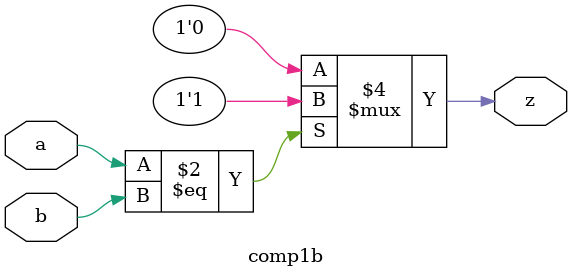
<source format=v>


// );

// assign z = (~a & ~b) | (a&b);

// endmodule 


//Gate level modeling

// module compb1(input x,input y,output z); //input and output ports

//     wire xay,nx,ny,nxany;

//     and (xay,x,y); //and gate instance (gate level modeling)
//     not (nx,x); //not gate instance (gate level modeling)
//     not (ny,y); //not gate instance (gate level modeling)
//     and (nxany,nx,ny); //and gate instance (gate level modeling)

//     or(z,xay,nxany); //or gate instance (gate level modeling)
// endmodule

//& is a binary operator and && is a logical operator for expression evaluation

// module comp1b(
//     input wire a,
//     input wire b,
//     output wire z
// )

// wire na,nb,na_or_nb;
// wire a_or_b;

// not NG1(na,a); //not gate instance (gate level modeling)
// not NG2(nb,b); //not gate instance (gate level modeling)
// and AND1(a_or_b,a,b); //and gate instance (gate level modeling)
// and AND2(na_or_nb,na,nb); //and gate instance (gate level modeling)

// or OR1(z,a_or_b,na_or_nb); //or gate instance (gate level modeling)

// endmodule


//Behavioral modeling

module comp1b(
    input wire a,
    input wire b,
    output reg z
);

always @(*) 
    begin
        if(a==b) 
            z=1;
        else     
            z=0;
    end

endmodule

//left hand side of the assignment operator is a register and right hand side of the assignment operator is a wire
//always block is a sequential block and it is used to model combinational logic and sequential logic
</source>
